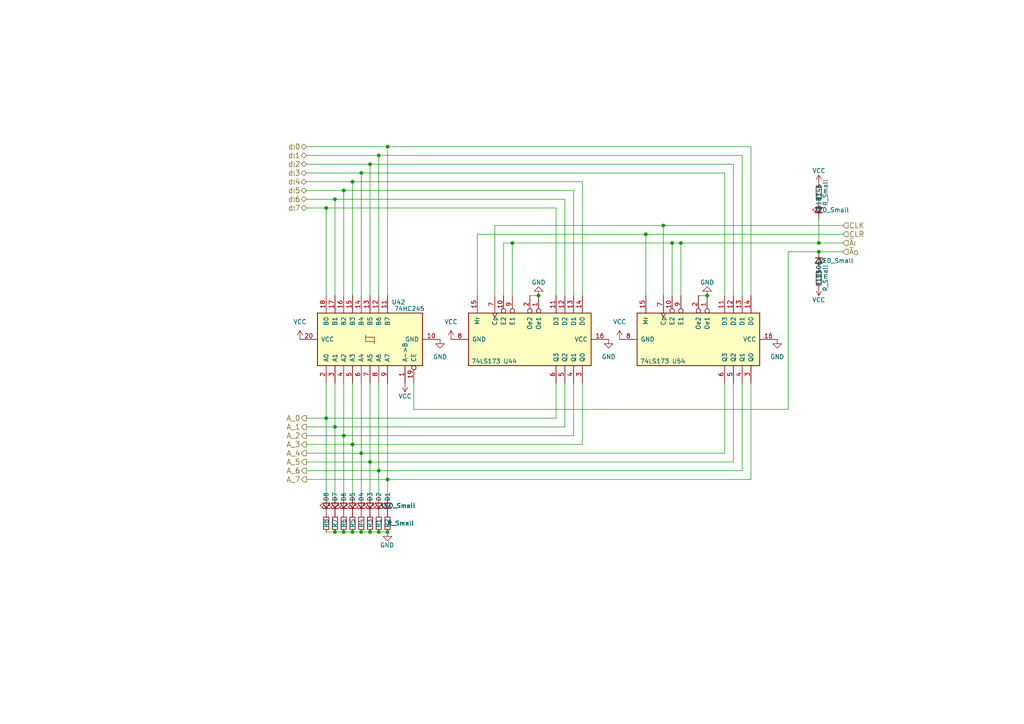
<source format=kicad_sch>
(kicad_sch (version 20230121) (generator eeschema)
  (paper "A4")
  (lib_symbols
    (symbol "74xx:74HC245" (pin_names (offset 1.016))
      (property "Reference" "U" (at -7.62 16.51 0))
      (property "Value" "74HC245" (at -7.62 -16.51 0))
      (symbol "74HC245_1_0"
        (polyline (pts (xy -0.635 -1.27) (xy -0.635 1.27) (xy 0.635 1.27)))
        (polyline (pts (xy -1.27 -1.27) (xy 0.635 -1.27) (xy 0.635 1.27) (xy 1.27 1.27)))
        (pin input line (at -12.7 -10.16 0) (length 5.08) (name "A->B") (number "1"))
        (pin power_in line (at 0 -20.32 90) (length 5.08) (name "GND") (number "10"))
        (pin tri_state line (at 12.7 -5.08 180) (length 5.08) (name "B7") (number "11"))
        (pin tri_state line (at 12.7 -2.54 180) (length 5.08) (name "B6") (number "12"))
        (pin tri_state line (at 12.7 0 180) (length 5.08) (name "B5") (number "13"))
        (pin tri_state line (at 12.7 2.54 180) (length 5.08) (name "B4") (number "14"))
        (pin tri_state line (at 12.7 5.08 180) (length 5.08) (name "B3") (number "15"))
        (pin tri_state line (at 12.7 7.62 180) (length 5.08) (name "B2") (number "16"))
        (pin tri_state line (at 12.7 10.16 180) (length 5.08) (name "B1") (number "17"))
        (pin tri_state line (at 12.7 12.7 180) (length 5.08) (name "B0") (number "18"))
        (pin input inverted (at -12.7 -12.7 0) (length 5.08) (name "CE") (number "19"))
        (pin tri_state line (at -12.7 12.7 0) (length 5.08) (name "A0") (number "2"))
        (pin power_in line (at 0 20.32 270) (length 5.08) (name "VCC") (number "20"))
        (pin tri_state line (at -12.7 10.16 0) (length 5.08) (name "A1") (number "3"))
        (pin tri_state line (at -12.7 7.62 0) (length 5.08) (name "A2") (number "4"))
        (pin tri_state line (at -12.7 5.08 0) (length 5.08) (name "A3") (number "5"))
        (pin tri_state line (at -12.7 2.54 0) (length 5.08) (name "A4") (number "6"))
        (pin tri_state line (at -12.7 0 0) (length 5.08) (name "A5") (number "7"))
        (pin tri_state line (at -12.7 -2.54 0) (length 5.08) (name "A6") (number "8"))
        (pin tri_state line (at -12.7 -5.08 0) (length 5.08) (name "A7") (number "9"))
      )
      (symbol "74HC245_1_1"
        (rectangle (start -7.62 15.24) (end 7.62 -15.24) (stroke (width 0.254)) (fill (type background)))
      )
    )
    (symbol "74xx:74LS173" (pin_names (offset 1.016))
      (property "Reference" "U" (at -7.62 19.05 0))
      (property "Value" "74LS173" (at -7.62 -19.05 0))
      (symbol "74LS173_1_0"
        (pin input inverted (at -12.7 2.54 0) (length 5.08) (name "Oe1") (number "1"))
        (pin input inverted (at -12.7 -7.62 0) (length 5.08) (name "E2") (number "10"))
        (pin input line (at -12.7 7.62 0) (length 5.08) (name "D3") (number "11"))
        (pin input line (at -12.7 10.16 0) (length 5.08) (name "D2") (number "12"))
        (pin input line (at -12.7 12.7 0) (length 5.08) (name "D1") (number "13"))
        (pin input line (at -12.7 15.24 0) (length 5.08) (name "D0") (number "14"))
        (pin input line (at -12.7 -15.24 0) (length 5.08) (name "Mr") (number "15"))
        (pin power_in line (at 0 22.86 270) (length 5.08) (name "VCC") (number "16"))
        (pin input inverted (at -12.7 0 0) (length 5.08) (name "Oe2") (number "2"))
        (pin tri_state line (at 12.7 15.24 180) (length 5.08) (name "Q0") (number "3"))
        (pin tri_state line (at 12.7 12.7 180) (length 5.08) (name "Q1") (number "4"))
        (pin tri_state line (at 12.7 10.16 180) (length 5.08) (name "Q2") (number "5"))
        (pin tri_state line (at 12.7 7.62 180) (length 5.08) (name "Q3") (number "6"))
        (pin input clock (at -12.7 -10.16 0) (length 5.08) (name "Cp") (number "7"))
        (pin power_in line (at 0 -22.86 90) (length 5.08) (name "GND") (number "8"))
        (pin input inverted (at -12.7 -5.08 0) (length 5.08) (name "E1") (number "9"))
      )
      (symbol "74LS173_1_1"
        (rectangle (start -7.62 17.78) (end 7.62 -17.78) (stroke (width 0.254)) (fill (type background)))
      )
    )
    (symbol "Device:LED_Small" (pin_numbers hide) (pin_names (offset 0.254) hide)
      (property "Reference" "D" (at -1.27 3.175 0))
      (property "Value" "LED_Small" (at -4.445 -2.54 0))
      (symbol "LED_Small_0_1"
        (polyline (pts (xy -0.762 -1.016) (xy -0.762 1.016)) (stroke (width 0.254)))
        (polyline (pts (xy 1.016 0) (xy -0.762 0)))
        (polyline (pts (xy 0.762 -1.016) (xy -0.762 0) (xy 0.762 1.016) (xy 0.762 -1.016)) (stroke (width 0.254)))
        (polyline (pts (xy 0 0.762) (xy -0.508 1.27) (xy -0.254 1.27) (xy -0.508 1.27) (xy -0.508 1.016)))
        (polyline (pts (xy 0.508 1.27) (xy 0 1.778) (xy 0.254 1.778) (xy 0 1.778) (xy 0 1.524)))
      )
      (symbol "LED_Small_1_1"
        (pin passive line (at -2.54 0 0) (length 1.778) (name "K") (number "1"))
        (pin passive line (at 2.54 0 180) (length 1.778) (name "A") (number "2"))
      )
    )
    (symbol "Device:R_Small" (pin_numbers hide) (pin_names (offset 0.254) hide)
      (property "Reference" "R" (at 0.762 0.508 0))
      (property "Value" "R_Small" (at 0.762 -1.016 0))
      (symbol "R_Small_0_1"
        (rectangle (start -0.762 1.778) (end 0.762 -1.778) (stroke (width 0.2032)))
      )
      (symbol "R_Small_1_1"
        (pin passive line (at 0 2.54 270) (length 0.762) (name "~") (number "1"))
        (pin passive line (at 0 -2.54 90) (length 0.762) (name "~") (number "2"))
      )
    )
    (symbol "power:GND" (power) (pin_names (offset 0))
      (property "Value" "GND" (at 0 -3.81 0))
      (symbol "GND_0_1"
        (polyline (pts (xy 0 0) (xy 0 -1.27) (xy 1.27 -1.27) (xy 0 -2.54) (xy -1.27 -1.27) (xy 0 -1.27)))
      )
      (symbol "GND_1_1"
        (pin power_in line (at 0 0 270) (length 0) hide (name "GND") (number "1"))
      )
    )
    (symbol "power:VCC" (power) (pin_names (offset 0))
      (property "Value" "VCC" (at 0 3.81 0))
      (symbol "VCC_0_1"
        (polyline (pts (xy -0.762 1.27) (xy 0 2.54)))
        (polyline (pts (xy 0 0) (xy 0 2.54)))
        (polyline (pts (xy 0 2.54) (xy 0.762 1.27)))
      )
      (symbol "VCC_1_1"
        (pin power_in line (at 0 0 90) (length 0) hide (name "VCC") (number "1"))
      )
    )
  )
  (junction (at 112.395 139.065))
  (junction (at 102.235 154.305))
  (junction (at 237.49 73.025))
  (junction (at 194.945 70.485))
  (junction (at 99.695 126.365))
  (junction (at 187.325 67.945))
  (junction (at 197.485 70.485))
  (junction (at 148.59 70.485))
  (junction (at 97.155 57.785))
  (junction (at 107.315 133.985))
  (junction (at 104.775 154.305))
  (junction (at 109.855 45.085))
  (junction (at 97.155 123.825))
  (junction (at 99.695 55.245))
  (junction (at 102.235 52.705))
  (junction (at 97.155 154.305))
  (junction (at 112.395 42.545))
  (junction (at 94.615 121.285))
  (junction (at 94.615 60.325))
  (junction (at 109.855 136.525))
  (junction (at 156.21 85.725))
  (junction (at 104.775 131.445))
  (junction (at 107.315 47.625))
  (junction (at 205.105 85.725))
  (junction (at 109.855 154.305))
  (junction (at 192.405 65.405))
  (junction (at 104.775 50.165))
  (junction (at 237.49 70.485))
  (junction (at 99.695 154.305))
  (junction (at 107.315 154.305))
  (junction (at 102.235 128.905))
  (junction (at 112.395 154.305))
  (wire (pts (xy 88.9 52.705) (xy 102.235 52.705)))
  (wire (pts (xy 109.855 45.085) (xy 109.855 85.725)))
  (wire (pts (xy 166.37 126.365) (xy 166.37 111.125)))
  (wire (pts (xy 212.725 47.625) (xy 212.725 85.725)))
  (wire (pts (xy 210.185 85.725) (xy 210.185 50.165)))
  (wire (pts (xy 109.855 111.125) (xy 109.855 136.525)))
  (wire (pts (xy 153.67 85.725) (xy 156.21 85.725)))
  (wire (pts (xy 99.695 126.365) (xy 166.37 126.365)))
  (wire (pts (xy 99.695 126.365) (xy 99.695 144.145)))
  (wire (pts (xy 97.155 123.825) (xy 97.155 144.145)))
  (wire (pts (xy 143.51 65.405) (xy 143.51 85.725)))
  (wire (pts (xy 94.615 111.125) (xy 94.615 121.285)))
  (wire (pts (xy 237.49 63.5) (xy 237.49 70.485)))
  (wire (pts (xy 161.29 60.325) (xy 161.29 85.725)))
  (wire (pts (xy 104.775 111.125) (xy 104.775 131.445)))
  (wire (pts (xy 107.315 47.625) (xy 212.725 47.625)))
  (wire (pts (xy 94.615 121.285) (xy 88.9 121.285)))
  (wire (pts (xy 112.395 111.125) (xy 112.395 139.065)))
  (wire (pts (xy 112.395 139.065) (xy 217.805 139.065)))
  (wire (pts (xy 202.565 85.725) (xy 205.105 85.725)))
  (wire (pts (xy 88.9 45.085) (xy 109.855 45.085)))
  (wire (pts (xy 88.9 57.785) (xy 97.155 57.785)))
  (wire (pts (xy 99.695 111.125) (xy 99.695 126.365)))
  (wire (pts (xy 107.315 133.985) (xy 212.725 133.985)))
  (wire (pts (xy 109.855 136.525) (xy 109.855 144.145)))
  (wire (pts (xy 197.485 70.485) (xy 237.49 70.485)))
  (wire (pts (xy 88.9 123.825) (xy 97.155 123.825)))
  (wire (pts (xy 94.615 60.325) (xy 94.615 85.725)))
  (wire (pts (xy 102.235 111.125) (xy 102.235 128.905)))
  (wire (pts (xy 107.315 111.125) (xy 107.315 133.985)))
  (wire (pts (xy 88.9 128.905) (xy 102.235 128.905)))
  (wire (pts (xy 138.43 85.725) (xy 138.43 67.945)))
  (wire (pts (xy 97.155 123.825) (xy 163.83 123.825)))
  (wire (pts (xy 143.51 65.405) (xy 192.405 65.405)))
  (wire (pts (xy 107.315 154.305) (xy 104.775 154.305)))
  (wire (pts (xy 102.235 154.305) (xy 99.695 154.305)))
  (wire (pts (xy 104.775 50.165) (xy 104.775 85.725)))
  (wire (pts (xy 197.485 70.485) (xy 197.485 85.725)))
  (wire (pts (xy 237.49 73.025) (xy 244.475 73.025)))
  (wire (pts (xy 168.91 52.705) (xy 168.91 85.725)))
  (wire (pts (xy 146.05 70.485) (xy 146.05 85.725)))
  (wire (pts (xy 163.83 123.825) (xy 163.83 111.125)))
  (wire (pts (xy 112.395 42.545) (xy 217.805 42.545)))
  (wire (pts (xy 228.6 73.025) (xy 228.6 118.745)))
  (wire (pts (xy 215.265 111.125) (xy 215.265 136.525)))
  (wire (pts (xy 94.615 60.325) (xy 161.29 60.325)))
  (wire (pts (xy 109.855 45.085) (xy 215.265 45.085)))
  (wire (pts (xy 99.695 55.245) (xy 99.695 85.725)))
  (wire (pts (xy 97.155 154.305) (xy 94.615 154.305)))
  (wire (pts (xy 88.9 131.445) (xy 104.775 131.445)))
  (wire (pts (xy 88.9 133.985) (xy 107.315 133.985)))
  (wire (pts (xy 244.475 65.405) (xy 192.405 65.405)))
  (wire (pts (xy 112.395 154.305) (xy 109.855 154.305)))
  (wire (pts (xy 168.91 128.905) (xy 168.91 111.125)))
  (wire (pts (xy 138.43 67.945) (xy 187.325 67.945)))
  (wire (pts (xy 148.59 70.485) (xy 148.59 85.725)))
  (wire (pts (xy 120.015 118.745) (xy 228.6 118.745)))
  (wire (pts (xy 88.9 60.325) (xy 94.615 60.325)))
  (wire (pts (xy 102.235 128.905) (xy 102.235 144.145)))
  (wire (pts (xy 187.325 67.945) (xy 244.475 67.945)))
  (wire (pts (xy 97.155 57.785) (xy 97.155 85.725)))
  (wire (pts (xy 88.9 50.165) (xy 104.775 50.165)))
  (wire (pts (xy 94.615 121.285) (xy 94.615 144.145)))
  (wire (pts (xy 88.9 55.245) (xy 99.695 55.245)))
  (wire (pts (xy 210.185 131.445) (xy 210.185 111.125)))
  (wire (pts (xy 109.855 136.525) (xy 215.265 136.525)))
  (wire (pts (xy 107.315 133.985) (xy 107.315 144.145)))
  (wire (pts (xy 102.235 52.705) (xy 168.91 52.705)))
  (wire (pts (xy 120.015 111.125) (xy 120.015 118.745)))
  (wire (pts (xy 146.05 70.485) (xy 148.59 70.485)))
  (wire (pts (xy 187.325 67.945) (xy 187.325 85.725)))
  (wire (pts (xy 97.155 111.125) (xy 97.155 123.825)))
  (wire (pts (xy 194.945 70.485) (xy 197.485 70.485)))
  (wire (pts (xy 148.59 70.485) (xy 194.945 70.485)))
  (wire (pts (xy 212.725 133.985) (xy 212.725 111.125)))
  (wire (pts (xy 217.805 111.125) (xy 217.805 139.065)))
  (wire (pts (xy 210.185 50.165) (xy 104.775 50.165)))
  (wire (pts (xy 161.29 121.285) (xy 161.29 111.125)))
  (wire (pts (xy 94.615 121.285) (xy 161.29 121.285)))
  (wire (pts (xy 99.695 55.245) (xy 166.37 55.245)))
  (wire (pts (xy 104.775 131.445) (xy 210.185 131.445)))
  (wire (pts (xy 228.6 73.025) (xy 237.49 73.025)))
  (wire (pts (xy 104.775 154.305) (xy 102.235 154.305)))
  (wire (pts (xy 192.405 65.405) (xy 192.405 85.725)))
  (wire (pts (xy 88.9 136.525) (xy 109.855 136.525)))
  (wire (pts (xy 88.9 42.545) (xy 112.395 42.545)))
  (wire (pts (xy 88.9 47.625) (xy 107.315 47.625)))
  (wire (pts (xy 112.395 42.545) (xy 112.395 85.725)))
  (wire (pts (xy 163.83 57.785) (xy 163.83 85.725)))
  (wire (pts (xy 99.695 154.305) (xy 97.155 154.305)))
  (wire (pts (xy 102.235 128.905) (xy 168.91 128.905)))
  (wire (pts (xy 237.49 70.485) (xy 244.475 70.485)))
  (wire (pts (xy 166.37 55.245) (xy 166.37 85.725)))
  (wire (pts (xy 104.775 131.445) (xy 104.775 144.145)))
  (wire (pts (xy 215.265 45.085) (xy 215.265 85.725)))
  (wire (pts (xy 102.235 52.705) (xy 102.235 85.725)))
  (wire (pts (xy 112.395 139.065) (xy 112.395 144.145)))
  (wire (pts (xy 109.855 154.305) (xy 107.315 154.305)))
  (wire (pts (xy 107.315 47.625) (xy 107.315 85.725)))
  (wire (pts (xy 99.695 126.365) (xy 88.9 126.365)))
  (wire (pts (xy 97.155 57.785) (xy 163.83 57.785)))
  (wire (pts (xy 194.945 70.485) (xy 194.945 85.725)))
  (wire (pts (xy 112.395 139.065) (xy 88.9 139.065)))
  (wire (pts (xy 217.805 42.545) (xy 217.805 85.725)))
  (hierarchical_label "d_{i}4" (shape tri_state) (at 88.9 52.705 180) (effects (font (size 1.524 1.524))))
  (hierarchical_label "A_0" (shape output) (at 88.9 121.285 180) (effects (font (size 1.524 1.524))))
  (hierarchical_label "A_4" (shape output) (at 88.9 131.445 180) (effects (font (size 1.524 1.524))))
  (hierarchical_label "d_{i}2" (shape tri_state) (at 88.9 47.625 180) (effects (font (size 1.524 1.524))))
  (hierarchical_label "~{A}_{I}" (shape input) (at 244.475 70.485 0) (effects (font (size 1.524 1.524))))
  (hierarchical_label "A_5" (shape output) (at 88.9 133.985 180) (effects (font (size 1.524 1.524))))
  (hierarchical_label "A_3" (shape output) (at 88.9 128.905 180) (effects (font (size 1.524 1.524))))
  (hierarchical_label "d_{i}5" (shape tri_state) (at 88.9 55.245 180) (effects (font (size 1.524 1.524))))
  (hierarchical_label "d_{i}7" (shape tri_state) (at 88.9 60.325 180) (effects (font (size 1.524 1.524))))
  (hierarchical_label "d_{i}0" (shape tri_state) (at 88.9 42.545 180) (effects (font (size 1.524 1.524))))
  (hierarchical_label "d_{i}1" (shape tri_state) (at 88.9 45.085 180) (effects (font (size 1.524 1.524))))
  (hierarchical_label "CLR" (shape input) (at 244.475 67.945 0) (effects (font (size 1.524 1.524))))
  (hierarchical_label "A_7" (shape output) (at 88.9 139.065 180) (effects (font (size 1.524 1.524))))
  (hierarchical_label "A_2" (shape output) (at 88.9 126.365 180) (effects (font (size 1.524 1.524))))
  (hierarchical_label "d_{i}3" (shape tri_state) (at 88.9 50.165 180) (effects (font (size 1.524 1.524))))
  (hierarchical_label "~{A}_{O}" (shape input) (at 244.475 73.025 0) (effects (font (size 1.524 1.524))))
  (hierarchical_label "CLK" (shape input) (at 244.475 65.405 0) (effects (font (size 1.524 1.524))))
  (hierarchical_label "A_6" (shape output) (at 88.9 136.525 180) (effects (font (size 1.524 1.524))))
  (hierarchical_label "A_1" (shape output) (at 88.9 123.825 180) (effects (font (size 1.524 1.524))))
  (hierarchical_label "d_{i}6" (shape tri_state) (at 88.9 57.785 180) (effects (font (size 1.524 1.524))))
  (symbol (lib_id "Device:R_Small") (at 94.615 151.765 0) (unit 1)
    (property "Reference" "R8" (at 94.615 151.765 90))
    (property "Value" "R_Small" (at 116.205 151.765 0))
    (instances (project "8bit-computer" (path "" (reference "R8") (unit 1)) (path "" (reference "R20") (unit 1)) (path "" (reference "R123") (unit 1)) (path "" (reference "R32") (unit 1)) (path "" (reference "R80") (unit 1))))
  )
  (symbol (lib_id "Device:LED_Small") (at 109.855 146.685 90) (unit 1)
    (property "Reference" "D2" (at 109.855 144.0815 0))
    (property "Value" "LED_Small" (at 115.5065 146.685 90))
    (instances (project "8bit-computer" (path "" (reference "D2") (unit 1)) (path "" (reference "D134") (unit 1)) (path "" (reference "D120") (unit 1)) (path "" (reference "D38") (unit 1)) (path "" (reference "D77") (unit 1))))
  )
  (symbol (lib_id "74xx:74LS173") (at 153.67 98.425 270) (unit 1)
    (property "Reference" "U44" (at 147.955 104.775 90))
    (property "Value" "74LS173" (at 140.97 104.775 90))
    (property "Datasheet" "http://www.ti.com/lit/gpn/sn74LS173" (effects hide))
    (instances (project "8bit-computer" (path "" (reference "U44") (unit 1)) (path "" (reference "U30") (unit 1)) (path "" (reference "U2") (unit 1)) (path "" (reference "U55") (unit 1))))
  )
  (symbol (lib_id "power:VCC") (at 117.475 111.125 180) (unit 1)
    (property "Reference" "#PWR0141" (effects hide))
    (property "Value" "VCC" (at 117.475 114.935 0))
    (instances (project "8bit-computer" (path "" (reference "#PWR0141") (unit 1)) (path "" (reference "#PWR0106") (unit 1)) (path "" (reference "#PWR07") (unit 1)) (path "" (reference "#PWR0162") (unit 1))))
  )
  (symbol (lib_id "power:GND") (at 127.635 98.425 0) (unit 1)
    (property "Reference" "#PWR0142" (effects hide))
    (property "Value" "GND" (at 127.635 103.505 0))
    (instances (project "8bit-computer" (path "" (reference "#PWR0142") (unit 1)) (path "" (reference "#PWR0107") (unit 1)) (path "" (reference "#PWR08") (unit 1)) (path "" (reference "#PWR0163") (unit 1))))
  )
  (symbol (lib_id "power:VCC") (at 237.49 53.34 0) (unit 1)
    (property "Reference" "#PWR0217" (effects hide))
    (property "Value" "VCC" (at 235.585 49.53 0) (effects (justify left)))
    (instances (project "8bit-computer" (path "" (reference "#PWR0217") (unit 1)) (path "" (reference "#PWR0170") (unit 1))))
  )
  (symbol (lib_id "Device:LED_Small") (at 104.775 146.685 90) (unit 1)
    (property "Reference" "D4" (at 104.775 144.0815 0))
    (property "Value" "LED_Small" (at 115.5065 146.685 90))
    (instances (project "8bit-computer" (path "" (reference "D4") (unit 1)) (path "" (reference "D81") (unit 1)) (path "" (reference "D118") (unit 1)) (path "" (reference "D36") (unit 1)) (path "" (reference "D75") (unit 1))))
  )
  (symbol (lib_id "power:GND") (at 205.105 85.725 180) (unit 1)
    (property "Reference" "#PWR0147" (effects hide))
    (property "Value" "GND" (at 205.105 81.915 0))
    (instances (project "8bit-computer" (path "" (reference "#PWR0147") (unit 1)) (path "" (reference "#PWR0157") (unit 1)) (path "" (reference "#PWR013") (unit 1)) (path "" (reference "#PWR0168") (unit 1))))
  )
  (symbol (lib_id "Device:R_Small") (at 112.395 151.765 0) (unit 1)
    (property "Reference" "R2" (at 112.395 151.765 90))
    (property "Value" "R_Small" (at 116.205 151.765 0))
    (instances (project "8bit-computer" (path "" (reference "R2") (unit 1)) (path "" (reference "R144") (unit 1)) (path "" (reference "R130") (unit 1)) (path "" (reference "R39") (unit 1)) (path "" (reference "R87") (unit 1))))
  )
  (symbol (lib_id "power:GND") (at 112.395 154.305 0) (unit 1)
    (property "Reference" "#PWR097" (effects hide))
    (property "Value" "GND" (at 114.3 158.115 0) (effects (justify right)))
    (instances (project "8bit-computer" (path "" (reference "#PWR097") (unit 1)) (path "" (reference "#PWR0140") (unit 1)) (path "" (reference "#PWR0105") (unit 1)) (path "" (reference "#PWR06") (unit 1)) (path "" (reference "#PWR0161") (unit 1))))
  )
  (symbol (lib_id "74xx:74HC245") (at 107.315 98.425 90) (unit 1)
    (property "Reference" "U42" (at 115.57 87.63 90))
    (property "Value" "74HC245" (at 118.745 89.535 90))
    (property "Datasheet" "http://www.ti.com/lit/gpn/sn74HC245" (effects hide))
    (instances (project "8bit-computer" (path "" (reference "U42") (unit 1)) (path "" (reference "U29") (unit 1)) (path "" (reference "U1") (unit 1)) (path "" (reference "U54") (unit 1))))
  )
  (symbol (lib_id "Device:R_Small") (at 237.49 80.645 0) (unit 1)
    (property "Reference" "R115" (at 237.49 80.645 90))
    (property "Value" "R_Small" (at 239.395 80.645 90))
    (instances (project "8bit-computer" (path "" (reference "R115") (unit 1)) (path "" (reference "R116") (unit 1)) (path "" (reference "R89") (unit 1))))
  )
  (symbol (lib_id "Device:R_Small") (at 104.775 151.765 0) (unit 1)
    (property "Reference" "R4" (at 104.775 151.765 90))
    (property "Value" "R_Small" (at 116.205 151.765 0))
    (instances (project "8bit-computer" (path "" (reference "R4") (unit 1)) (path "" (reference "R90") (unit 1)) (path "" (reference "R127") (unit 1)) (path "" (reference "R36") (unit 1)) (path "" (reference "R84") (unit 1))))
  )
  (symbol (lib_id "Device:R_Small") (at 97.155 151.765 0) (unit 1)
    (property "Reference" "R7" (at 97.155 151.765 90))
    (property "Value" "R_Small" (at 116.205 151.765 0))
    (instances (project "8bit-computer" (path "" (reference "R7") (unit 1)) (path "" (reference "R21") (unit 1)) (path "" (reference "R124") (unit 1)) (path "" (reference "R33") (unit 1)) (path "" (reference "R81") (unit 1))))
  )
  (symbol (lib_id "Device:R_Small") (at 102.235 151.765 0) (unit 1)
    (property "Reference" "R5" (at 102.235 151.765 90))
    (property "Value" "R_Small" (at 116.205 151.765 0))
    (instances (project "8bit-computer" (path "" (reference "R5") (unit 1)) (path "" (reference "R23") (unit 1)) (path "" (reference "R126") (unit 1)) (path "" (reference "R35") (unit 1)) (path "" (reference "R83") (unit 1))))
  )
  (symbol (lib_id "power:VCC") (at 86.995 98.425 0) (unit 1)
    (property "Reference" "#PWR099" (effects hide))
    (property "Value" "VCC" (at 86.995 93.345 0))
    (instances (project "8bit-computer" (path "" (reference "#PWR099") (unit 1)) (path "" (reference "#PWR058") (unit 1)) (path "" (reference "#PWR05") (unit 1)) (path "" (reference "#PWR0160") (unit 1))))
  )
  (symbol (lib_id "power:GND") (at 225.425 98.425 0) (unit 1)
    (property "Reference" "#PWR0153" (effects hide))
    (property "Value" "GND" (at 225.425 103.505 0))
    (instances (project "8bit-computer" (path "" (reference "#PWR0153") (unit 1)) (path "" (reference "#PWR0166") (unit 1)) (path "" (reference "#PWR014") (unit 1)) (path "" (reference "#PWR0169") (unit 1))))
  )
  (symbol (lib_id "power:VCC") (at 237.49 83.185 180) (unit 1)
    (property "Reference" "#PWR024" (effects hide))
    (property "Value" "VCC" (at 239.395 86.995 0) (effects (justify left)))
    (instances (project "8bit-computer" (path "" (reference "#PWR024") (unit 1)) (path "" (reference "#PWR033") (unit 1)) (path "" (reference "#PWR0171") (unit 1))))
  )
  (symbol (lib_id "Device:LED_Small") (at 112.395 146.685 90) (unit 1)
    (property "Reference" "D1" (at 112.395 144.0815 0))
    (property "Value" "LED_Small" (at 115.5065 146.685 90))
    (instances (project "8bit-computer" (path "" (reference "D1") (unit 1)) (path "" (reference "D135") (unit 1)) (path "" (reference "D121") (unit 1)) (path "" (reference "D39") (unit 1)) (path "" (reference "D78") (unit 1))))
  )
  (symbol (lib_id "Device:LED_Small") (at 94.615 146.685 90) (unit 1)
    (property "Reference" "D8" (at 94.615 144.0815 0))
    (property "Value" "LED_Small" (at 115.5065 146.685 90))
    (instances (project "8bit-computer" (path "" (reference "D8") (unit 1)) (path "" (reference "D20") (unit 1)) (path "" (reference "D114") (unit 1)) (path "" (reference "D32") (unit 1)) (path "" (reference "D71") (unit 1))))
  )
  (symbol (lib_id "Device:R_Small") (at 237.49 55.88 180) (unit 1)
    (property "Reference" "R146" (at 237.49 55.88 90))
    (property "Value" "R_Small" (at 239.395 55.88 90))
    (instances (project "8bit-computer" (path "" (reference "R146") (unit 1)) (path "" (reference "R88") (unit 1))))
  )
  (symbol (lib_id "power:GND") (at 156.21 85.725 180) (unit 1)
    (property "Reference" "#PWR0144" (effects hide))
    (property "Value" "GND" (at 156.21 81.915 0))
    (instances (project "8bit-computer" (path "" (reference "#PWR0144") (unit 1)) (path "" (reference "#PWR0124") (unit 1)) (path "" (reference "#PWR010") (unit 1)) (path "" (reference "#PWR0165") (unit 1))))
  )
  (symbol (lib_id "power:VCC") (at 179.705 98.425 0) (unit 1)
    (property "Reference" "#PWR0146" (effects hide))
    (property "Value" "VCC" (at 179.705 93.345 0))
    (instances (project "8bit-computer" (path "" (reference "#PWR0146") (unit 1)) (path "" (reference "#PWR0156") (unit 1)) (path "" (reference "#PWR012") (unit 1)) (path "" (reference "#PWR0167") (unit 1))))
  )
  (symbol (lib_id "Device:LED_Small") (at 99.695 146.685 90) (unit 1)
    (property "Reference" "D6" (at 99.695 144.0815 0))
    (property "Value" "LED_Small" (at 115.5065 146.685 90))
    (instances (project "8bit-computer" (path "" (reference "D6") (unit 1)) (path "" (reference "D22") (unit 1)) (path "" (reference "D116") (unit 1)) (path "" (reference "D34") (unit 1)) (path "" (reference "D73") (unit 1))))
  )
  (symbol (lib_id "74xx:74LS173") (at 202.565 98.425 270) (unit 1)
    (property "Reference" "U54" (at 196.85 104.775 90))
    (property "Value" "74LS173" (at 189.865 104.775 90))
    (property "Datasheet" "http://www.ti.com/lit/gpn/sn74LS173" (effects hide))
    (instances (project "8bit-computer" (path "" (reference "U54") (unit 1)) (path "" (reference "U31") (unit 1)) (path "" (reference "U3") (unit 1)) (path "" (reference "U56") (unit 1))))
  )
  (symbol (lib_id "Device:LED_Small") (at 237.49 60.96 90) (unit 1)
    (property "Reference" "D137" (at 237.49 58.3565 0))
    (property "Value" "LED_Small" (at 241.3 60.8965 90))
    (instances (project "8bit-computer" (path "" (reference "D137") (unit 1)) (path "" (reference "D79") (unit 1))))
  )
  (symbol (lib_id "Device:LED_Small") (at 237.49 75.565 270) (unit 1)
    (property "Reference" "D106" (at 237.49 78.1685 0))
    (property "Value" "LED_Small" (at 242.57 75.6285 90))
    (instances (project "8bit-computer" (path "" (reference "D106") (unit 1)) (path "" (reference "D107") (unit 1)) (path "" (reference "D80") (unit 1))))
  )
  (symbol (lib_id "Device:LED_Small") (at 97.155 146.685 90) (unit 1)
    (property "Reference" "D7" (at 97.155 144.0815 0))
    (property "Value" "LED_Small" (at 115.5065 146.685 90))
    (instances (project "8bit-computer" (path "" (reference "D7") (unit 1)) (path "" (reference "D21") (unit 1)) (path "" (reference "D115") (unit 1)) (path "" (reference "D33") (unit 1)) (path "" (reference "D72") (unit 1))))
  )
  (symbol (lib_id "Device:R_Small") (at 99.695 151.765 0) (unit 1)
    (property "Reference" "R6" (at 99.695 151.765 90))
    (property "Value" "R_Small" (at 116.205 151.765 0))
    (instances (project "8bit-computer" (path "" (reference "R6") (unit 1)) (path "" (reference "R22") (unit 1)) (path "" (reference "R125") (unit 1)) (path "" (reference "R34") (unit 1)) (path "" (reference "R82") (unit 1))))
  )
  (symbol (lib_id "Device:LED_Small") (at 102.235 146.685 90) (unit 1)
    (property "Reference" "D5" (at 102.235 144.0815 0))
    (property "Value" "LED_Small" (at 115.5065 146.685 90))
    (instances (project "8bit-computer" (path "" (reference "D5") (unit 1)) (path "" (reference "D23") (unit 1)) (path "" (reference "D117") (unit 1)) (path "" (reference "D35") (unit 1)) (path "" (reference "D74") (unit 1))))
  )
  (symbol (lib_id "power:VCC") (at 130.81 98.425 0) (unit 1)
    (property "Reference" "#PWR0143" (effects hide))
    (property "Value" "VCC" (at 130.81 93.345 0))
    (instances (project "8bit-computer" (path "" (reference "#PWR0143") (unit 1)) (path "" (reference "#PWR0111") (unit 1)) (path "" (reference "#PWR09") (unit 1)) (path "" (reference "#PWR0164") (unit 1))))
  )
  (symbol (lib_id "Device:R_Small") (at 107.315 151.765 0) (unit 1)
    (property "Reference" "R3" (at 107.315 151.765 90))
    (property "Value" "R_Small" (at 116.205 151.765 0))
    (instances (project "8bit-computer" (path "" (reference "R3") (unit 1)) (path "" (reference "R142") (unit 1)) (path "" (reference "R128") (unit 1)) (path "" (reference "R37") (unit 1)) (path "" (reference "R85") (unit 1))))
  )
  (symbol (lib_id "power:GND") (at 176.53 98.425 0) (unit 1)
    (property "Reference" "#PWR0145" (effects hide))
    (property "Value" "GND" (at 176.53 103.505 0))
    (instances (project "8bit-computer" (path "" (reference "#PWR0145") (unit 1)) (path "" (reference "#PWR0148") (unit 1)) (path "" (reference "#PWR011") (unit 1)) (path "" (reference "#PWR0166") (unit 1))))
  )
  (symbol (lib_id "Device:R_Small") (at 109.855 151.765 0) (unit 1)
    (property "Reference" "R1" (at 109.855 151.765 90))
    (property "Value" "R_Small" (at 116.205 151.765 0))
    (instances (project "8bit-computer" (path "" (reference "R1") (unit 1)) (path "" (reference "R143") (unit 1)) (path "" (reference "R129") (unit 1)) (path "" (reference "R38") (unit 1)) (path "" (reference "R86") (unit 1))))
  )
  (symbol (lib_id "Device:LED_Small") (at 107.315 146.685 90) (unit 1)
    (property "Reference" "D3" (at 107.315 144.0815 0))
    (property "Value" "LED_Small" (at 115.5065 146.685 90))
    (instances (project "8bit-computer" (path "" (reference "D3") (unit 1)) (path "" (reference "D133") (unit 1)) (path "" (reference "D119") (unit 1)) (path "" (reference "D37") (unit 1)) (path "" (reference "D76") (unit 1))))
  )
)
</source>
